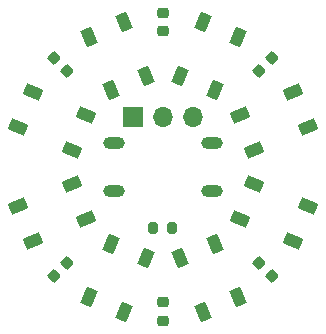
<source format=gts>
%TF.GenerationSoftware,KiCad,Pcbnew,7.0.10*%
%TF.CreationDate,2024-04-29T22:23:39+02:00*%
%TF.ProjectId,GhostControllerLED,47686f73-7443-46f6-9e74-726f6c6c6572,rev?*%
%TF.SameCoordinates,Original*%
%TF.FileFunction,Soldermask,Top*%
%TF.FilePolarity,Negative*%
%FSLAX46Y46*%
G04 Gerber Fmt 4.6, Leading zero omitted, Abs format (unit mm)*
G04 Created by KiCad (PCBNEW 7.0.10) date 2024-04-29 22:23:39*
%MOMM*%
%LPD*%
G01*
G04 APERTURE LIST*
G04 Aperture macros list*
%AMRoundRect*
0 Rectangle with rounded corners*
0 $1 Rounding radius*
0 $2 $3 $4 $5 $6 $7 $8 $9 X,Y pos of 4 corners*
0 Add a 4 corners polygon primitive as box body*
4,1,4,$2,$3,$4,$5,$6,$7,$8,$9,$2,$3,0*
0 Add four circle primitives for the rounded corners*
1,1,$1+$1,$2,$3*
1,1,$1+$1,$4,$5*
1,1,$1+$1,$6,$7*
1,1,$1+$1,$8,$9*
0 Add four rect primitives between the rounded corners*
20,1,$1+$1,$2,$3,$4,$5,0*
20,1,$1+$1,$4,$5,$6,$7,0*
20,1,$1+$1,$6,$7,$8,$9,0*
20,1,$1+$1,$8,$9,$2,$3,0*%
%AMRotRect*
0 Rectangle, with rotation*
0 The origin of the aperture is its center*
0 $1 length*
0 $2 width*
0 $3 Rotation angle, in degrees counterclockwise*
0 Add horizontal line*
21,1,$1,$2,0,0,$3*%
G04 Aperture macros list end*
%ADD10RotRect,1.500000X1.000000X112.500000*%
%ADD11RotRect,1.500000X1.000000X22.500000*%
%ADD12RoundRect,0.200000X-0.200000X-0.275000X0.200000X-0.275000X0.200000X0.275000X-0.200000X0.275000X0*%
%ADD13RotRect,1.500000X1.000000X157.500000*%
%ADD14RoundRect,0.225000X-0.017678X0.335876X-0.335876X0.017678X0.017678X-0.335876X0.335876X-0.017678X0*%
%ADD15RoundRect,0.225000X-0.335876X-0.017678X-0.017678X-0.335876X0.335876X0.017678X0.017678X0.335876X0*%
%ADD16RoundRect,0.225000X0.335876X0.017678X0.017678X0.335876X-0.335876X-0.017678X-0.017678X-0.335876X0*%
%ADD17RotRect,1.500000X1.000000X292.500000*%
%ADD18RoundRect,0.225000X0.250000X-0.225000X0.250000X0.225000X-0.250000X0.225000X-0.250000X-0.225000X0*%
%ADD19RoundRect,0.225000X-0.250000X0.225000X-0.250000X-0.225000X0.250000X-0.225000X0.250000X0.225000X0*%
%ADD20RotRect,1.500000X1.000000X247.500000*%
%ADD21RotRect,1.500000X1.000000X337.500000*%
%ADD22RotRect,1.500000X1.000000X67.500000*%
%ADD23RotRect,1.500000X1.000000X202.500000*%
%ADD24RoundRect,0.225000X0.017678X-0.335876X0.335876X-0.017678X-0.017678X0.335876X-0.335876X0.017678X0*%
%ADD25R,1.700000X1.700000*%
%ADD26O,1.700000X1.700000*%
%ADD27RoundRect,0.500000X0.425000X0.000000X-0.425000X0.000000X-0.425000X0.000000X0.425000X0.000000X0*%
G04 APERTURE END LIST*
D10*
%TO.C,D3*%
X53692158Y-55151582D03*
X50735743Y-56376169D03*
X52610892Y-60903178D03*
X55567307Y-59678591D03*
%TD*%
D11*
%TO.C,1*%
X42765703Y-53074873D03*
X41541116Y-50118458D03*
X37014107Y-51993607D03*
X38238694Y-54950022D03*
%TD*%
D12*
%TO.C,R1*%
X48375000Y-53806066D03*
X50025000Y-53806066D03*
%TD*%
D13*
%TO.C,D4*%
X56993454Y-50118458D03*
X55768867Y-53074873D03*
X60295876Y-54950022D03*
X61520463Y-51993607D03*
%TD*%
D14*
%TO.C,C1*%
X41153233Y-56764052D03*
X40057217Y-57860068D03*
%TD*%
D15*
%TO.C,C3*%
X57381337Y-56764052D03*
X58477353Y-57860068D03*
%TD*%
D16*
%TO.C,C6*%
X41153233Y-40535948D03*
X40057217Y-39439932D03*
%TD*%
D17*
%TO.C,D7*%
X44842412Y-42148418D03*
X47798827Y-40923831D03*
X45923678Y-36396822D03*
X42967263Y-37621409D03*
%TD*%
D18*
%TO.C,C5*%
X49267285Y-37175000D03*
X49267285Y-35625000D03*
%TD*%
D19*
%TO.C,C2*%
X49267285Y-60125000D03*
X49267285Y-61675000D03*
%TD*%
D20*
%TO.C,D6*%
X50735743Y-40923831D03*
X53692158Y-42148418D03*
X55567307Y-37621409D03*
X52610892Y-36396822D03*
%TD*%
D21*
%TO.C,D8*%
X41541116Y-47181542D03*
X42765703Y-44225127D03*
X38238694Y-42349978D03*
X37014107Y-45306393D03*
%TD*%
D22*
%TO.C,D2*%
X47798827Y-56376169D03*
X44842412Y-55151582D03*
X42967263Y-59678591D03*
X45923678Y-60903178D03*
%TD*%
D23*
%TO.C,D5*%
X55768867Y-44225127D03*
X56993454Y-47181542D03*
X61520463Y-45306393D03*
X60295876Y-42349978D03*
%TD*%
D24*
%TO.C,C4*%
X57381337Y-40535948D03*
X58477353Y-39439932D03*
%TD*%
D25*
%TO.C,REF\u002A\u002A*%
X46700000Y-44400000D03*
D26*
X49240000Y-44400000D03*
X51780000Y-44400000D03*
%TD*%
D27*
%TO.C,NoUSB*%
X53417285Y-46630000D03*
X53417285Y-50670000D03*
X45117285Y-50670000D03*
X45117285Y-46630000D03*
%TD*%
M02*

</source>
